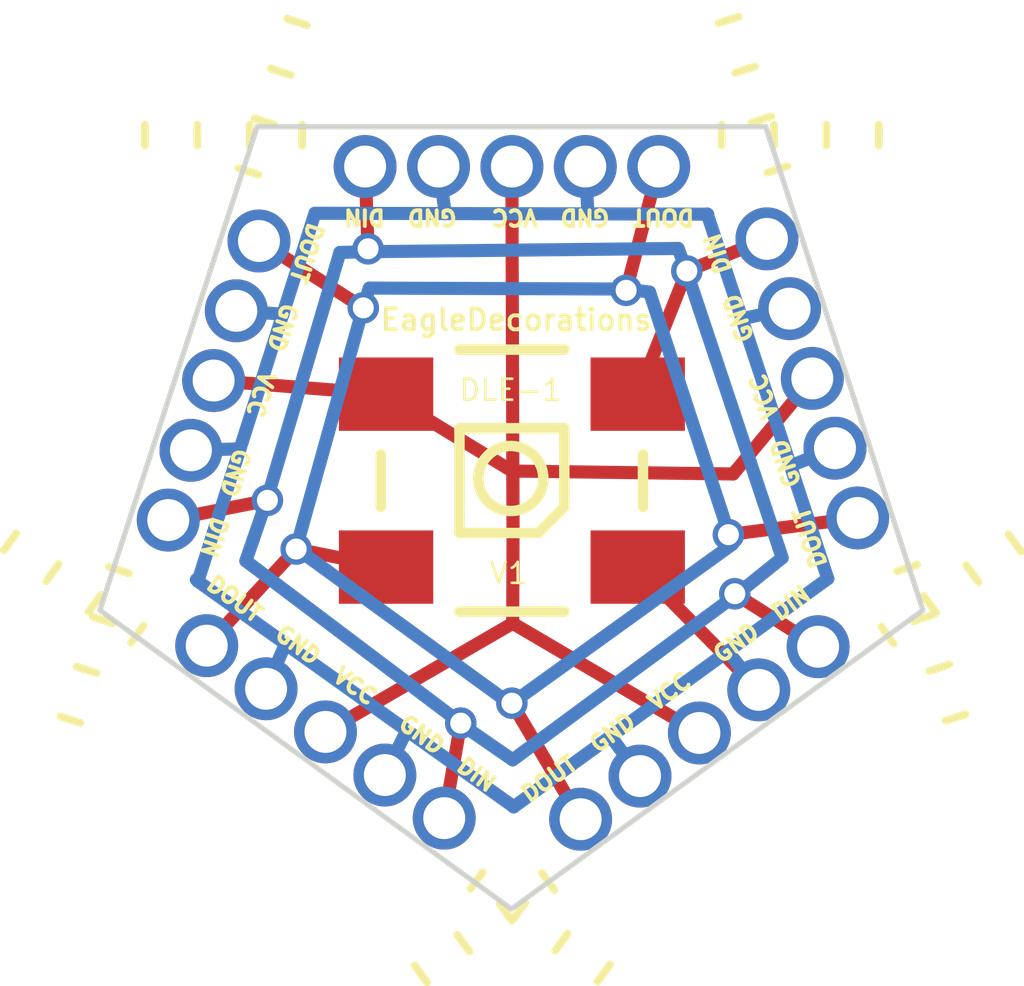
<source format=kicad_pcb>
(kicad_pcb (version 4) (host pcbnew 4.0.7)

  (general
    (links 25)
    (no_connects 0)
    (area 144.780018 85.792357 167.965102 107.852922)
    (thickness 1.6)
    (drawings 14)
    (tracks 100)
    (zones 0)
    (modules 6)
    (nets 5)
  )

  (page A4)
  (layers
    (0 F.Cu signal)
    (31 B.Cu signal)
    (32 B.Adhes user)
    (33 F.Adhes user)
    (34 B.Paste user)
    (35 F.Paste user)
    (36 B.SilkS user)
    (37 F.SilkS user)
    (38 B.Mask user)
    (39 F.Mask user)
    (40 Dwgs.User user)
    (41 Cmts.User user)
    (42 Eco1.User user)
    (43 Eco2.User user)
    (44 Edge.Cuts user)
    (45 Margin user)
    (46 B.CrtYd user)
    (47 F.CrtYd user)
    (48 B.Fab user)
    (49 F.Fab user)
  )

  (setup
    (last_trace_width 0.25)
    (user_trace_width 0.5)
    (trace_clearance 0.2)
    (zone_clearance 0.508)
    (zone_45_only no)
    (trace_min 0.2)
    (segment_width 0.2)
    (edge_width 0.15)
    (via_size 0.6)
    (via_drill 0.4)
    (via_min_size 0.4)
    (via_min_drill 0.3)
    (uvia_size 0.3)
    (uvia_drill 0.1)
    (uvias_allowed no)
    (uvia_min_size 0.2)
    (uvia_min_drill 0.1)
    (pcb_text_width 0.3)
    (pcb_text_size 1.5 1.5)
    (mod_edge_width 0.15)
    (mod_text_size 1 1)
    (mod_text_width 0.15)
    (pad_size 1.524 1.524)
    (pad_drill 0.762)
    (pad_to_mask_clearance 0.2)
    (aux_axis_origin 0 0)
    (visible_elements 7FFFFFFF)
    (pcbplotparams
      (layerselection 0x010f0_80000001)
      (usegerberextensions false)
      (excludeedgelayer true)
      (linewidth 0.100000)
      (plotframeref false)
      (viasonmask false)
      (mode 1)
      (useauxorigin false)
      (hpglpennumber 1)
      (hpglpenspeed 20)
      (hpglpendiameter 15)
      (hpglpenoverlay 2)
      (psnegative false)
      (psa4output false)
      (plotreference true)
      (plotvalue true)
      (plotinvisibletext false)
      (padsonsilk false)
      (subtractmaskfromsilk false)
      (outputformat 1)
      (mirror false)
      (drillshape 0)
      (scaleselection 1)
      (outputdirectory Gerbers/))
  )

  (net 0 "")
  (net 1 /VCC)
  (net 2 /GND)
  (net 3 /DOUT)
  (net 4 /DIN)

  (net_class Default "This is the default net class."
    (clearance 0.2)
    (trace_width 0.25)
    (via_dia 0.6)
    (via_drill 0.4)
    (uvia_dia 0.3)
    (uvia_drill 0.1)
    (add_net /DIN)
    (add_net /DOUT)
    (add_net /GND)
    (add_net /VCC)
  )

  (module WS2812B:WS2812B (layer F.Cu) (tedit 5A53B80E) (tstamp 5A496CBC)
    (at 156.3624 96.8248 90)
    (path /5A494509)
    (fp_text reference " " (at 0 -4.7 90) (layer F.SilkS)
      (effects (font (size 1 1) (thickness 0.2)))
    )
    (fp_text value " " (at 0 4.8 90) (layer F.SilkS) hide
      (effects (font (size 1 1) (thickness 0.2)))
    )
    (fp_line (start -1 -1) (end 1 -1) (layer F.SilkS) (width 0.2))
    (fp_line (start 1 -1) (end 1 1) (layer F.SilkS) (width 0.2))
    (fp_line (start 1 1) (end -0.5 1) (layer F.SilkS) (width 0.2))
    (fp_line (start -0.5 1) (end -1 0.5) (layer F.SilkS) (width 0.2))
    (fp_line (start -1 0.5) (end -1 -1) (layer F.SilkS) (width 0.2))
    (fp_line (start -2.5 -1) (end -2.5 1) (layer F.SilkS) (width 0.2))
    (fp_line (start -0.5 2.5) (end 0.5 2.5) (layer F.SilkS) (width 0.2))
    (fp_line (start 2.5 -1) (end 2.5 1) (layer F.SilkS) (width 0.2))
    (fp_line (start -0.5 -2.5) (end 0.5 -2.5) (layer F.SilkS) (width 0.2))
    (fp_line (start 2.1 2.5) (end 2.5 2.5) (layer Dwgs.User) (width 0.2))
    (fp_line (start -1.2 2.5) (end 1.2 2.5) (layer Dwgs.User) (width 0.2))
    (fp_line (start -2.5 2.5) (end -2.1 2.5) (layer Dwgs.User) (width 0.2))
    (fp_line (start 2.1 -2.5) (end 2.5 -2.5) (layer Dwgs.User) (width 0.2))
    (fp_line (start -1.2 -2.5) (end 1.2 -2.5) (layer Dwgs.User) (width 0.2))
    (fp_line (start -2.5 -2.5) (end -2.1 -2.5) (layer Dwgs.User) (width 0.2))
    (fp_line (start -2.1 -2.7) (end -1.2 -2.7) (layer Dwgs.User) (width 0.2))
    (fp_line (start -1.2 -2.7) (end -1.2 -1.8) (layer Dwgs.User) (width 0.2))
    (fp_line (start -1.2 -1.8) (end -2.1 -1.8) (layer Dwgs.User) (width 0.2))
    (fp_line (start -2.1 -1.8) (end -2.1 -2.7) (layer Dwgs.User) (width 0.2))
    (fp_line (start 2.1 -2.7) (end 1.2 -2.7) (layer Dwgs.User) (width 0.2))
    (fp_line (start 1.2 -2.7) (end 1.2 -1.8) (layer Dwgs.User) (width 0.2))
    (fp_line (start 1.2 -1.8) (end 2.1 -1.8) (layer Dwgs.User) (width 0.2))
    (fp_line (start 2.1 -1.8) (end 2.1 -2.7) (layer Dwgs.User) (width 0.2))
    (fp_line (start -2.1 2.7) (end -2.1 1.8) (layer Dwgs.User) (width 0.2))
    (fp_line (start -2.1 1.8) (end -1.2 1.8) (layer Dwgs.User) (width 0.2))
    (fp_line (start -1.2 1.8) (end -1.2 2.7) (layer Dwgs.User) (width 0.2))
    (fp_line (start -1.2 2.7) (end -2.1 2.7) (layer Dwgs.User) (width 0.2))
    (fp_line (start 1.2 2.7) (end 1.2 1.8) (layer Dwgs.User) (width 0.2))
    (fp_line (start 1.2 1.8) (end 2.1 1.8) (layer Dwgs.User) (width 0.2))
    (fp_line (start 2.1 1.8) (end 2.1 2.7) (layer Dwgs.User) (width 0.2))
    (fp_line (start 2.1 2.7) (end 1.2 2.7) (layer Dwgs.User) (width 0.2))
    (fp_line (start 2.5 -2.5) (end 2.5 2.5) (layer Dwgs.User) (width 0.2))
    (fp_line (start -2.49936 2.49936) (end -2.49936 -2.49936) (layer Dwgs.User) (width 0.2))
    (pad 1 smd rect (at 1.65 -2.4 90) (size 1.4 1.8) (layers F.Cu F.Paste F.Mask)
      (net 1 /VCC))
    (pad 2 smd rect (at -1.65 -2.4 90) (size 1.4 1.8) (layers F.Cu F.Paste F.Mask)
      (net 3 /DOUT))
    (pad 3 smd rect (at -1.65 2.4 90) (size 1.4 1.8) (layers F.Cu F.Paste F.Mask)
      (net 2 /GND))
    (pad 4 smd rect (at 1.65 2.4 90) (size 1.4 1.8) (layers F.Cu F.Paste F.Mask)
      (net 4 /DIN))
  )

  (module SmallHeader:5_PIN_TIGHT (layer F.Cu) (tedit 5A53B53A) (tstamp 5A4CFEC7)
    (at 150.6728 94.91472 72)
    (descr "Through hole straight pin header, 1x01, 2.54mm pitch, single row")
    (tags "Through hole pin header THT 1x01 2.54mm single row")
    (path /5A4CFF73)
    (fp_text reference " " (at 0 -2.33 72) (layer F.SilkS)
      (effects (font (size 1 1) (thickness 0.15)))
    )
    (fp_text value " " (at 0 2.33 72) (layer F.Fab)
      (effects (font (size 1 1) (thickness 0.15)))
    )
    (fp_line (start 7 -0.4) (end 7 -0.7) (layer F.SilkS) (width 0.15))
    (fp_line (start 7 -0.8) (end 7 -0.6) (layer F.SilkS) (width 0.15))
    (fp_line (start 6 -0.4) (end 6 -0.8) (layer F.SilkS) (width 0.15))
    (fp_line (start 5 -0.4) (end 5 -0.7) (layer F.SilkS) (width 0.15))
    (fp_line (start 5 -0.8) (end 5 -0.7) (layer F.SilkS) (width 0.15))
    (fp_line (start 4 -0.4) (end 4 -0.8) (layer F.SilkS) (width 0.15))
    (fp_line (start -7 -0.4) (end -7 -0.8) (layer F.SilkS) (width 0.15))
    (fp_line (start -6 -0.8) (end -6 -0.6) (layer F.SilkS) (width 0.15))
    (fp_line (start -6 -0.4) (end -6 -0.7) (layer F.SilkS) (width 0.15))
    (fp_line (start -5 -0.4) (end -5 -0.8) (layer F.SilkS) (width 0.15))
    (fp_line (start -4 -0.8) (end -4 -0.4) (layer F.SilkS) (width 0.15))
    (pad 1 thru_hole circle (at -2.8 0 72) (size 1.2 1.2) (drill 0.8) (layers *.Cu *.Mask)
      (net 4 /DIN))
    (pad 5 thru_hole circle (at 2.8 0 72) (size 1.2 1.2) (drill 0.8) (layers *.Cu *.Mask)
      (net 3 /DOUT))
    (pad 4 thru_hole circle (at 1.4 0 72) (size 1.2 1.2) (drill 0.8) (layers *.Cu *.Mask)
      (net 2 /GND))
    (pad 2 thru_hole circle (at -1.4 0 72) (size 1.2 1.2) (drill 0.8) (layers *.Cu *.Mask)
      (net 2 /GND))
    (pad 3 thru_hole circle (at 0 0 72) (size 1.2 1.2) (drill 0.8) (layers *.Cu *.Mask)
      (net 1 /VCC))
    (model ${KISYS3DMOD}/Pin_Headers.3dshapes/Pin_Header_Straight_1x01_Pitch2.54mm.wrl
      (at (xyz 0 0 0))
      (scale (xyz 1 1 1))
      (rotate (xyz 0 0 0))
    )
  )

  (module SmallHeader:5_PIN_TIGHT (layer F.Cu) (tedit 5A53B53A) (tstamp 5A4CFEBE)
    (at 152.8064 101.62032 144)
    (descr "Through hole straight pin header, 1x01, 2.54mm pitch, single row")
    (tags "Through hole pin header THT 1x01 2.54mm single row")
    (path /5A4CFF95)
    (fp_text reference " " (at 0 -2.33 144) (layer F.SilkS)
      (effects (font (size 1 1) (thickness 0.15)))
    )
    (fp_text value " " (at 0 2.33 144) (layer F.Fab)
      (effects (font (size 1 1) (thickness 0.15)))
    )
    (fp_line (start 7 -0.4) (end 7 -0.7) (layer F.SilkS) (width 0.15))
    (fp_line (start 7 -0.8) (end 7 -0.6) (layer F.SilkS) (width 0.15))
    (fp_line (start 6 -0.4) (end 6 -0.8) (layer F.SilkS) (width 0.15))
    (fp_line (start 5 -0.4) (end 5 -0.7) (layer F.SilkS) (width 0.15))
    (fp_line (start 5 -0.8) (end 5 -0.7) (layer F.SilkS) (width 0.15))
    (fp_line (start 4 -0.4) (end 4 -0.8) (layer F.SilkS) (width 0.15))
    (fp_line (start -7 -0.4) (end -7 -0.8) (layer F.SilkS) (width 0.15))
    (fp_line (start -6 -0.8) (end -6 -0.6) (layer F.SilkS) (width 0.15))
    (fp_line (start -6 -0.4) (end -6 -0.7) (layer F.SilkS) (width 0.15))
    (fp_line (start -5 -0.4) (end -5 -0.8) (layer F.SilkS) (width 0.15))
    (fp_line (start -4 -0.8) (end -4 -0.4) (layer F.SilkS) (width 0.15))
    (pad 1 thru_hole circle (at -2.8 0 144) (size 1.2 1.2) (drill 0.8) (layers *.Cu *.Mask)
      (net 4 /DIN))
    (pad 5 thru_hole circle (at 2.8 0 144) (size 1.2 1.2) (drill 0.8) (layers *.Cu *.Mask)
      (net 3 /DOUT))
    (pad 4 thru_hole circle (at 1.4 0 144) (size 1.2 1.2) (drill 0.8) (layers *.Cu *.Mask)
      (net 2 /GND))
    (pad 2 thru_hole circle (at -1.4 0 144) (size 1.2 1.2) (drill 0.8) (layers *.Cu *.Mask)
      (net 2 /GND))
    (pad 3 thru_hole circle (at 0 0 144) (size 1.2 1.2) (drill 0.8) (layers *.Cu *.Mask)
      (net 1 /VCC))
    (model ${KISYS3DMOD}/Pin_Headers.3dshapes/Pin_Header_Straight_1x01_Pitch2.54mm.wrl
      (at (xyz 0 0 0))
      (scale (xyz 1 1 1))
      (rotate (xyz 0 0 0))
    )
  )

  (module SmallHeader:5_PIN_TIGHT (layer F.Cu) (tedit 5A53B53A) (tstamp 5A4CFEB5)
    (at 162.09264 94.87408 288)
    (descr "Through hole straight pin header, 1x01, 2.54mm pitch, single row")
    (tags "Through hole pin header THT 1x01 2.54mm single row")
    (path /5A4CFF68)
    (fp_text reference " " (at 0 -2.33 288) (layer F.SilkS)
      (effects (font (size 1 1) (thickness 0.15)))
    )
    (fp_text value " " (at 0 2.33 288) (layer F.Fab)
      (effects (font (size 1 1) (thickness 0.15)))
    )
    (fp_line (start 7 -0.4) (end 7 -0.7) (layer F.SilkS) (width 0.15))
    (fp_line (start 7 -0.8) (end 7 -0.6) (layer F.SilkS) (width 0.15))
    (fp_line (start 6 -0.4) (end 6 -0.8) (layer F.SilkS) (width 0.15))
    (fp_line (start 5 -0.4) (end 5 -0.7) (layer F.SilkS) (width 0.15))
    (fp_line (start 5 -0.8) (end 5 -0.7) (layer F.SilkS) (width 0.15))
    (fp_line (start 4 -0.4) (end 4 -0.8) (layer F.SilkS) (width 0.15))
    (fp_line (start -7 -0.4) (end -7 -0.8) (layer F.SilkS) (width 0.15))
    (fp_line (start -6 -0.8) (end -6 -0.6) (layer F.SilkS) (width 0.15))
    (fp_line (start -6 -0.4) (end -6 -0.7) (layer F.SilkS) (width 0.15))
    (fp_line (start -5 -0.4) (end -5 -0.8) (layer F.SilkS) (width 0.15))
    (fp_line (start -4 -0.8) (end -4 -0.4) (layer F.SilkS) (width 0.15))
    (pad 1 thru_hole circle (at -2.8 0 288) (size 1.2 1.2) (drill 0.8) (layers *.Cu *.Mask)
      (net 4 /DIN))
    (pad 5 thru_hole circle (at 2.8 0 288) (size 1.2 1.2) (drill 0.8) (layers *.Cu *.Mask)
      (net 3 /DOUT))
    (pad 4 thru_hole circle (at 1.4 0 288) (size 1.2 1.2) (drill 0.8) (layers *.Cu *.Mask)
      (net 2 /GND))
    (pad 2 thru_hole circle (at -1.4 0 288) (size 1.2 1.2) (drill 0.8) (layers *.Cu *.Mask)
      (net 2 /GND))
    (pad 3 thru_hole circle (at 0 0 288) (size 1.2 1.2) (drill 0.8) (layers *.Cu *.Mask)
      (net 1 /VCC))
    (model ${KISYS3DMOD}/Pin_Headers.3dshapes/Pin_Header_Straight_1x01_Pitch2.54mm.wrl
      (at (xyz 0 0 0))
      (scale (xyz 1 1 1))
      (rotate (xyz 0 0 0))
    )
  )

  (module SmallHeader:5_PIN_TIGHT (layer F.Cu) (tedit 5A53B53A) (tstamp 5A4CFEAC)
    (at 159.93872 101.64064 216)
    (descr "Through hole straight pin header, 1x01, 2.54mm pitch, single row")
    (tags "Through hole pin header THT 1x01 2.54mm single row")
    (path /5A4CFF32)
    (fp_text reference " " (at 0 -2.33 216) (layer F.SilkS)
      (effects (font (size 1 1) (thickness 0.15)))
    )
    (fp_text value " " (at 0 2.33 216) (layer F.Fab)
      (effects (font (size 1 1) (thickness 0.15)))
    )
    (fp_line (start 7 -0.4) (end 7 -0.7) (layer F.SilkS) (width 0.15))
    (fp_line (start 7 -0.8) (end 7 -0.6) (layer F.SilkS) (width 0.15))
    (fp_line (start 6 -0.4) (end 6 -0.8) (layer F.SilkS) (width 0.15))
    (fp_line (start 5 -0.4) (end 5 -0.7) (layer F.SilkS) (width 0.15))
    (fp_line (start 5 -0.8) (end 5 -0.7) (layer F.SilkS) (width 0.15))
    (fp_line (start 4 -0.4) (end 4 -0.8) (layer F.SilkS) (width 0.15))
    (fp_line (start -7 -0.4) (end -7 -0.8) (layer F.SilkS) (width 0.15))
    (fp_line (start -6 -0.8) (end -6 -0.6) (layer F.SilkS) (width 0.15))
    (fp_line (start -6 -0.4) (end -6 -0.7) (layer F.SilkS) (width 0.15))
    (fp_line (start -5 -0.4) (end -5 -0.8) (layer F.SilkS) (width 0.15))
    (fp_line (start -4 -0.8) (end -4 -0.4) (layer F.SilkS) (width 0.15))
    (pad 1 thru_hole circle (at -2.8 0 216) (size 1.2 1.2) (drill 0.8) (layers *.Cu *.Mask)
      (net 4 /DIN))
    (pad 5 thru_hole circle (at 2.8 0 216) (size 1.2 1.2) (drill 0.8) (layers *.Cu *.Mask)
      (net 3 /DOUT))
    (pad 4 thru_hole circle (at 1.4 0 216) (size 1.2 1.2) (drill 0.8) (layers *.Cu *.Mask)
      (net 2 /GND))
    (pad 2 thru_hole circle (at -1.4 0 216) (size 1.2 1.2) (drill 0.8) (layers *.Cu *.Mask)
      (net 2 /GND))
    (pad 3 thru_hole circle (at 0 0 216) (size 1.2 1.2) (drill 0.8) (layers *.Cu *.Mask)
      (net 1 /VCC))
    (model ${KISYS3DMOD}/Pin_Headers.3dshapes/Pin_Header_Straight_1x01_Pitch2.54mm.wrl
      (at (xyz 0 0 0))
      (scale (xyz 1 1 1))
      (rotate (xyz 0 0 0))
    )
  )

  (module SmallHeader:5_PIN_TIGHT (layer F.Cu) (tedit 5A53B53A) (tstamp 5A4C3446)
    (at 156.3624 90.8304)
    (descr "Through hole straight pin header, 1x01, 2.54mm pitch, single row")
    (tags "Through hole pin header THT 1x01 2.54mm single row")
    (path /5A4CFE42)
    (fp_text reference " " (at 0 -2.33) (layer F.SilkS)
      (effects (font (size 1 1) (thickness 0.15)))
    )
    (fp_text value " " (at 0 2.33) (layer F.Fab)
      (effects (font (size 1 1) (thickness 0.15)))
    )
    (fp_line (start 7 -0.4) (end 7 -0.7) (layer F.SilkS) (width 0.15))
    (fp_line (start 7 -0.8) (end 7 -0.6) (layer F.SilkS) (width 0.15))
    (fp_line (start 6 -0.4) (end 6 -0.8) (layer F.SilkS) (width 0.15))
    (fp_line (start 5 -0.4) (end 5 -0.7) (layer F.SilkS) (width 0.15))
    (fp_line (start 5 -0.8) (end 5 -0.7) (layer F.SilkS) (width 0.15))
    (fp_line (start 4 -0.4) (end 4 -0.8) (layer F.SilkS) (width 0.15))
    (fp_line (start -7 -0.4) (end -7 -0.8) (layer F.SilkS) (width 0.15))
    (fp_line (start -6 -0.8) (end -6 -0.6) (layer F.SilkS) (width 0.15))
    (fp_line (start -6 -0.4) (end -6 -0.7) (layer F.SilkS) (width 0.15))
    (fp_line (start -5 -0.4) (end -5 -0.8) (layer F.SilkS) (width 0.15))
    (fp_line (start -4 -0.8) (end -4 -0.4) (layer F.SilkS) (width 0.15))
    (pad 1 thru_hole circle (at -2.8 0) (size 1.2 1.2) (drill 0.8) (layers *.Cu *.Mask)
      (net 4 /DIN))
    (pad 5 thru_hole circle (at 2.8 0) (size 1.2 1.2) (drill 0.8) (layers *.Cu *.Mask)
      (net 3 /DOUT))
    (pad 4 thru_hole circle (at 1.4 0) (size 1.2 1.2) (drill 0.8) (layers *.Cu *.Mask)
      (net 2 /GND))
    (pad 2 thru_hole circle (at -1.4 0) (size 1.2 1.2) (drill 0.8) (layers *.Cu *.Mask)
      (net 2 /GND))
    (pad 3 thru_hole circle (at 0 0) (size 1.2 1.2) (drill 0.8) (layers *.Cu *.Mask)
      (net 1 /VCC))
    (model ${KISYS3DMOD}/Pin_Headers.3dshapes/Pin_Header_Straight_1x01_Pitch2.54mm.wrl
      (at (xyz 0 0 0))
      (scale (xyz 1 1 1))
      (rotate (xyz 0 0 0))
    )
  )

  (gr_text "DOUT  GND  VCC   GND  DIN" (at 153.3 100.7 324) (layer F.SilkS)
    (effects (font (size 0.3 0.3) (thickness 0.075)))
  )
  (gr_text "DOUT  GND  VCC   GND  DIN" (at 159.3 100.9 36) (layer F.SilkS)
    (effects (font (size 0.3 0.3) (thickness 0.075)))
  )
  (gr_text "DOUT  GND  VCC   GND  DIN" (at 151.6 95.1 252) (layer F.SilkS)
    (effects (font (size 0.3 0.3) (thickness 0.075)))
  )
  (gr_text "DOUT  GND  VCC   GND  DIN" (at 161.2 95.3 108) (layer F.SilkS)
    (effects (font (size 0.3 0.3) (thickness 0.075)))
  )
  (gr_text "DOUT  GND  VCC   GND  DIN" (at 156.5 91.8 180) (layer F.SilkS)
    (effects (font (size 0.3 0.3) (thickness 0.075)))
  )
  (gr_text V1 (at 156.30144 98.59264) (layer F.SilkS)
    (effects (font (size 0.4 0.4) (thickness 0.05)))
  )
  (gr_text "DLE-1\n" (at 156.34208 95.0976) (layer F.SilkS)
    (effects (font (size 0.4 0.4) (thickness 0.05)))
  )
  (gr_text EagleDecorations (at 156.44368 93.75648) (layer F.SilkS)
    (effects (font (size 0.4 0.4) (thickness 0.075)))
  )
  (gr_circle (center 156.34208 96.78416) (end 156.01696 96.25584) (layer F.SilkS) (width 0.2))
  (gr_line (start 164.201771 99.297751) (end 156.353199 105.000072) (layer Edge.Cuts) (width 0.1))
  (gr_line (start 161.203883 90.071202) (end 164.201771 99.297751) (layer Edge.Cuts) (width 0.1))
  (gr_line (start 156.353199 105.000072) (end 148.504628 99.297751) (layer Edge.Cuts) (width 0.1))
  (gr_line (start 148.504628 99.297751) (end 151.502515 90.071202) (layer Edge.Cuts) (width 0.1))
  (gr_line (start 151.502515 90.071202) (end 161.203883 90.071202) (layer Edge.Cuts) (width 0.1))

  (segment (start 150.6728 94.91472) (end 153.9624 95.1748) (width 0.25) (layer F.Cu) (net 1) (tstamp 5A53D234))
  (segment (start 156.382449 96.641958) (end 160.58388 96.6978) (width 0.25) (layer F.Cu) (net 1) (tstamp 5A4CFFC3))
  (segment (start 160.58388 96.6978) (end 162.09264 94.87408) (width 0.25) (layer F.Cu) (net 1) (tstamp 5A4CFFAA) (status 20))
  (segment (start 153.9624 95.1748) (end 156.365257 96.641929) (width 0.25) (layer F.Cu) (net 1) (tstamp 5A4CFF9F) (status 10))
  (segment (start 156.3624 90.8304) (end 156.383916 97.857944) (width 0.25) (layer F.Cu) (net 1) (tstamp 5A4CFFC9) (status 10))
  (segment (start 152.8064 101.62032) (end 156.37764 99.54768) (width 0.25) (layer F.Cu) (net 1) (tstamp 5A4CFFB4) (status 10))
  (segment (start 156.37764 99.54768) (end 159.93872 101.64064) (width 0.25) (layer F.Cu) (net 1) (tstamp 5A4CFFBA) (status 20))
  (segment (start 156.37764 99.54768) (end 156.383916 97.857947) (width 0.25) (layer F.Cu) (net 1) (tstamp 5A4CFFBF))
  (segment (start 156.383916 97.857946) (end 156.383916 97.857947) (width 0.25) (layer F.Cu) (net 1) (tstamp 5A4CFFD3))
  (segment (start 156.383916 97.857944) (end 156.383916 97.857946) (width 0.25) (layer F.Cu) (net 1) (tstamp 5A4CFFD2))
  (segment (start 156.383916 97.857947) (end 156.382449 96.641958) (width 0.25) (layer F.Cu) (net 1) (tstamp 5A4CFFD4))
  (segment (start 156.365257 96.641929) (end 156.382449 96.641958) (width 0.25) (layer F.Cu) (net 1) (tstamp 5A4CFFA4))
  (segment (start 152.605794 91.72194) (end 151.993379 93.647982) (width 0.25) (layer B.Cu) (net 2) (tstamp 5A4D02BE))
  (segment (start 151.993379 93.647982) (end 151.176384 96.217427) (width 0.25) (layer B.Cu) (net 2) (tstamp 5A4D03BB))
  (segment (start 151.993379 93.647983) (end 151.993379 93.647982) (width 0.25) (layer B.Cu) (net 2) (tstamp 5A4D03BA))
  (segment (start 151.105424 93.583241) (end 151.993379 93.647983) (width 0.25) (layer B.Cu) (net 2) (tstamp 5A4D03B8) (status 10))
  (segment (start 150.240176 96.246199) (end 151.176384 96.217426) (width 0.25) (layer B.Cu) (net 2) (tstamp 5A4D03AA) (status 10))
  (segment (start 151.176384 96.217426) (end 151.176384 96.217427) (width 0.25) (layer B.Cu) (net 2) (tstamp 5A4D03B5))
  (segment (start 151.176384 96.217427) (end 150.372668 98.745109) (width 0.25) (layer B.Cu) (net 2) (tstamp 5A4D03B6))
  (segment (start 157.7624 90.8304) (end 157.814381 91.734167) (width 0.25) (layer B.Cu) (net 2) (tstamp 5A4D03C2) (status 10))
  (segment (start 154.9624 90.8304) (end 155.092826 91.727778) (width 0.25) (layer B.Cu) (net 2) (tstamp 5A4D03BD) (status 10))
  (segment (start 151.673776 100.797421) (end 152.043411 99.938645) (width 0.25) (layer B.Cu) (net 2) (tstamp 5A4D03A5) (status 10))
  (segment (start 153.939024 102.443219) (end 154.357007 101.591419) (width 0.25) (layer B.Cu) (net 2) (tstamp 5A4D03A0) (status 10))
  (segment (start 158.806096 102.463539) (end 158.247616 101.705018) (width 0.25) (layer B.Cu) (net 2) (tstamp 5A4D0399) (status 10))
  (segment (start 161.071344 100.817741) (end 160.477073 100.084534) (width 0.25) (layer B.Cu) (net 2) (tstamp 5A4D0391) (status 10))
  (segment (start 160.477073 100.084534) (end 160.477073 100.084533) (width 0.25) (layer B.Cu) (net 2) (tstamp 5A4D0396))
  (segment (start 162.525264 96.205559) (end 161.676439 96.542232) (width 0.25) (layer B.Cu) (net 2) (tstamp 5A4D0388) (status 10))
  (segment (start 161.676439 96.542232) (end 161.676439 96.542233) (width 0.25) (layer B.Cu) (net 2) (tstamp 5A4D038A))
  (segment (start 161.660016 93.542601) (end 160.748951 93.735457) (width 0.25) (layer B.Cu) (net 2) (tstamp 5A4D0367) (status 10))
  (segment (start 160.748951 93.735457) (end 160.748951 93.735456) (width 0.25) (layer B.Cu) (net 2) (tstamp 5A4D0370))
  (segment (start 156.397974 103.049434) (end 154.357007 101.591419) (width 0.25) (layer B.Cu) (net 2) (tstamp 5A4D02F1))
  (segment (start 154.357007 101.591419) (end 152.043411 99.938645) (width 0.25) (layer B.Cu) (net 2) (tstamp 5A4D03A3))
  (segment (start 152.043411 99.938645) (end 150.372668 98.745109) (width 0.25) (layer B.Cu) (net 2) (tstamp 5A4D03A8))
  (segment (start 156.395296 103.05139) (end 156.397974 103.049434) (width 0.25) (layer B.Cu) (net 2) (tstamp 5A4D02E6))
  (segment (start 156.397974 103.049434) (end 158.247616 101.705018) (width 0.25) (layer B.Cu) (net 2) (tstamp 5A4D02EF))
  (segment (start 158.247616 101.705018) (end 160.477073 100.084533) (width 0.25) (layer B.Cu) (net 2) (tstamp 5A4D039C))
  (segment (start 160.477073 100.084533) (end 162.388001 98.695572) (width 0.25) (layer B.Cu) (net 2) (tstamp 5A4D0397))
  (segment (start 162.388001 98.695572) (end 161.676439 96.542233) (width 0.25) (layer B.Cu) (net 2) (tstamp 5A4D02DF))
  (segment (start 161.676439 96.542233) (end 160.748951 93.735456) (width 0.25) (layer B.Cu) (net 2) (tstamp 5A4D038B))
  (segment (start 160.748951 93.735456) (end 160.089398 91.739508) (width 0.25) (layer B.Cu) (net 2) (tstamp 5A4D0371))
  (segment (start 152.605794 91.72194) (end 155.092826 91.727778) (width 0.25) (layer B.Cu) (net 2) (tstamp 5A4D02CF))
  (segment (start 155.092826 91.727778) (end 157.814381 91.734167) (width 0.25) (layer B.Cu) (net 2) (tstamp 5A4D03C0))
  (segment (start 157.814381 91.734167) (end 160.089398 91.739508) (width 0.25) (layer B.Cu) (net 2) (tstamp 5A4D03C5))
  (segment (start 160.089398 91.739508) (end 160.097586 91.739457) (width 0.25) (layer B.Cu) (net 2) (tstamp 5A4D02DD))
  (segment (start 161.071344 100.817741) (end 158.7624 98.4748) (width 0.25) (layer F.Cu) (net 2) (tstamp 5A4D01EA) (status 20))
  (segment (start 150.372668 98.745109) (end 150.343 98.714526) (width 0.25) (layer B.Cu) (net 2) (tstamp 5A4D02BC))
  (segment (start 162.957888 97.537038) (end 160.49244 97.85604) (width 0.25) (layer F.Cu) (net 3) (tstamp 5A4D01D9) (status 10))
  (segment (start 160.505986 97.851511) (end 160.505986 97.851512) (width 0.25) (layer B.Cu) (net 3) (tstamp 5A4D01DE))
  (segment (start 160.49244 97.85604) (end 160.505986 97.851511) (width 0.25) (layer B.Cu) (net 3) (tstamp 5A4D01DC))
  (via (at 160.49244 97.85604) (size 0.6) (drill 0.4) (layers F.Cu B.Cu) (net 3))
  (segment (start 159.1624 90.8304) (end 158.54172 93.1926) (width 0.25) (layer F.Cu) (net 3) (tstamp 5A4D01D0) (status 10))
  (segment (start 158.54172 93.1926) (end 158.541443 93.168411) (width 0.25) (layer B.Cu) (net 3) (tstamp 5A4D01D4))
  (via (at 158.54172 93.1926) (size 0.6) (drill 0.4) (layers F.Cu B.Cu) (net 3))
  (segment (start 152.2476 98.13036) (end 153.9624 98.4748) (width 0.25) (layer F.Cu) (net 3) (tstamp 5A4D01CD) (status 20))
  (segment (start 151.538048 92.251762) (end 153.52776 93.52788) (width 0.25) (layer F.Cu) (net 3) (tstamp 5A4D01C1) (status 10))
  (segment (start 153.523552 93.526553) (end 153.523552 93.526554) (width 0.25) (layer B.Cu) (net 3) (tstamp 5A4D01CA))
  (segment (start 153.52776 93.52788) (end 153.523552 93.526553) (width 0.25) (layer B.Cu) (net 3) (tstamp 5A4D01C8))
  (via (at 153.52776 93.52788) (size 0.6) (drill 0.4) (layers F.Cu B.Cu) (net 3))
  (segment (start 150.541152 99.974521) (end 152.2476 98.13036) (width 0.25) (layer F.Cu) (net 3) (tstamp 5A4D01B7) (status 10))
  (segment (start 152.254853 98.120405) (end 152.254853 98.120404) (width 0.25) (layer B.Cu) (net 3) (tstamp 5A4D01BE))
  (segment (start 152.2476 98.13036) (end 152.254853 98.120405) (width 0.25) (layer B.Cu) (net 3) (tstamp 5A4D01BC))
  (via (at 152.2476 98.13036) (size 0.6) (drill 0.4) (layers F.Cu B.Cu) (net 3))
  (segment (start 157.673472 103.286439) (end 156.3624 101.07168) (width 0.25) (layer F.Cu) (net 3) (tstamp 5A4D0191) (status 10))
  (segment (start 152.2476 98.11512) (end 152.254853 98.120404) (width 0.25) (layer B.Cu) (net 3) (tstamp 5A4D01AC))
  (segment (start 152.254853 98.120404) (end 156.27096 101.0412) (width 0.25) (layer B.Cu) (net 3) (tstamp 5A4D01BF))
  (segment (start 153.642291 93.150173) (end 153.523552 93.526554) (width 0.25) (layer B.Cu) (net 3) (tstamp 5A4D01AA))
  (segment (start 153.523552 93.526554) (end 152.2476 98.11512) (width 0.25) (layer B.Cu) (net 3) (tstamp 5A4D01CB))
  (segment (start 158.987928 93.226303) (end 158.541443 93.168411) (width 0.25) (layer B.Cu) (net 3) (tstamp 5A4D01A6))
  (segment (start 158.541443 93.168411) (end 153.642291 93.150173) (width 0.25) (layer B.Cu) (net 3) (tstamp 5A4D01D7))
  (segment (start 160.56864 98.03892) (end 160.505986 97.851512) (width 0.25) (layer B.Cu) (net 3) (tstamp 5A4D01A1))
  (segment (start 160.505986 97.851512) (end 158.987928 93.226303) (width 0.25) (layer B.Cu) (net 3) (tstamp 5A4D01DF))
  (segment (start 156.3624 101.07168) (end 160.56864 98.03892) (width 0.25) (layer B.Cu) (net 3) (tstamp 5A4D019E))
  (via (at 156.3624 101.07168) (size 0.6) (drill 0.4) (layers F.Cu B.Cu) (net 3))
  (segment (start 153.5624 90.8304) (end 153.6192 92.40012) (width 0.25) (layer F.Cu) (net 4) (tstamp 5A4D0234) (status 10))
  (segment (start 153.6192 92.40012) (end 153.619994 92.455379) (width 0.25) (layer B.Cu) (net 4) (tstamp 5A4D0239))
  (via (at 153.6192 92.40012) (size 0.6) (drill 0.4) (layers F.Cu B.Cu) (net 4))
  (segment (start 162.203968 99.994841) (end 160.61436 98.9838) (width 0.25) (layer F.Cu) (net 4) (tstamp 5A4D0178) (status 10))
  (segment (start 160.633409 99.010626) (end 160.633409 99.010625) (width 0.25) (layer B.Cu) (net 4) (tstamp 5A4D017E))
  (segment (start 160.61436 98.9838) (end 160.633409 99.010626) (width 0.25) (layer B.Cu) (net 4) (tstamp 5A4D017C))
  (via (at 160.61436 98.9838) (size 0.6) (drill 0.4) (layers F.Cu B.Cu) (net 4))
  (segment (start 159.69996 92.8243) (end 158.7624 95.1748) (width 0.25) (layer F.Cu) (net 4) (tstamp 5A4D0150) (status 20))
  (segment (start 149.807552 97.577678) (end 151.69896 97.20072) (width 0.25) (layer F.Cu) (net 4) (tstamp 5A4D013D) (status 10))
  (segment (start 151.68716 97.196973) (end 151.68716 97.196972) (width 0.25) (layer B.Cu) (net 4) (tstamp 5A4D0144))
  (segment (start 151.69896 97.20072) (end 151.68716 97.196973) (width 0.25) (layer B.Cu) (net 4) (tstamp 5A4D0142))
  (via (at 151.69896 97.20072) (size 0.6) (drill 0.4) (layers F.Cu B.Cu) (net 4))
  (segment (start 161.227392 92.211122) (end 159.69996 92.8243) (width 0.25) (layer F.Cu) (net 4) (tstamp 5A4D0128) (status 10))
  (segment (start 159.69996 92.8243) (end 159.695456 92.825844) (width 0.25) (layer B.Cu) (net 4) (tstamp 5A4D012C))
  (via (at 159.69996 92.8243) (size 0.6) (drill 0.4) (layers F.Cu B.Cu) (net 4))
  (segment (start 155.071648 103.266119) (end 155.38704 101.45268) (width 0.25) (layer F.Cu) (net 4) (tstamp 5A4D00F4) (status 10))
  (segment (start 156.37764 102.15372) (end 155.37688 101.46284) (width 0.25) (layer B.Cu) (net 4) (tstamp 5A4D0115))
  (segment (start 161.5186 98.298) (end 160.633409 99.010625) (width 0.25) (layer B.Cu) (net 4) (tstamp 5A4D0112))
  (segment (start 160.633409 99.010625) (end 156.37764 102.15372) (width 0.25) (layer B.Cu) (net 4) (tstamp 5A4D017F))
  (segment (start 159.533597 92.393873) (end 159.695456 92.825844) (width 0.25) (layer B.Cu) (net 4) (tstamp 5A4D010C))
  (segment (start 159.695456 92.825844) (end 161.5186 98.298) (width 0.25) (layer B.Cu) (net 4) (tstamp 5A4D012F))
  (segment (start 153.081567 92.470132) (end 153.619994 92.455379) (width 0.25) (layer B.Cu) (net 4) (tstamp 5A4D0107))
  (segment (start 153.619994 92.455379) (end 159.533597 92.393873) (width 0.25) (layer B.Cu) (net 4) (tstamp 5A4D023C))
  (segment (start 151.28748 98.35642) (end 151.68716 97.196972) (width 0.25) (layer B.Cu) (net 4) (tstamp 5A4D0100))
  (segment (start 151.68716 97.196972) (end 153.081567 92.470132) (width 0.25) (layer B.Cu) (net 4) (tstamp 5A4D0145))
  (segment (start 155.38704 101.45268) (end 151.28748 98.35642) (width 0.25) (layer B.Cu) (net 4) (tstamp 5A4D00FB))
  (via (at 155.38704 101.45268) (size 0.6) (drill 0.4) (layers F.Cu B.Cu) (net 4))

)

</source>
